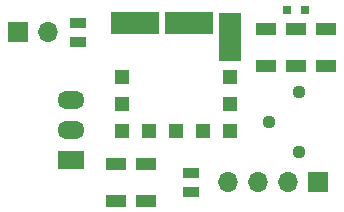
<source format=gts>
%TF.GenerationSoftware,KiCad,Pcbnew,(5.1.8)-1*%
%TF.CreationDate,2021-03-06T21:20:45+09:00*%
%TF.ProjectId,power module,706f7765-7220-46d6-9f64-756c652e6b69,rev?*%
%TF.SameCoordinates,PX525bfc0PY59a0560*%
%TF.FileFunction,Soldermask,Top*%
%TF.FilePolarity,Negative*%
%FSLAX46Y46*%
G04 Gerber Fmt 4.6, Leading zero omitted, Abs format (unit mm)*
G04 Created by KiCad (PCBNEW (5.1.8)-1) date 2021-03-06 21:20:45*
%MOMM*%
%LPD*%
G01*
G04 APERTURE LIST*
%ADD10R,1.700000X1.700000*%
%ADD11O,1.700000X1.700000*%
%ADD12R,1.470000X0.970000*%
%ADD13R,0.800000X0.800000*%
%ADD14R,1.145000X1.145000*%
%ADD15R,4.190000X1.905000*%
%ADD16R,1.905000X4.190000*%
%ADD17R,1.800000X1.050000*%
%ADD18C,1.120000*%
%ADD19R,2.300000X1.500000*%
%ADD20O,2.300000X1.500000*%
G04 APERTURE END LIST*
D10*
%TO.C,J2*%
X27940000Y2540000D03*
D11*
X25400000Y2540000D03*
X22860000Y2540000D03*
X20320000Y2540000D03*
%TD*%
D10*
%TO.C,J1*%
X2540000Y15240000D03*
D11*
X5080000Y15240000D03*
%TD*%
D12*
%TO.C,C1*%
X7620000Y16070000D03*
X7620000Y14410000D03*
%TD*%
%TO.C,C2*%
X17145000Y3370000D03*
X17145000Y1710000D03*
%TD*%
D13*
%TO.C,LED1*%
X25285000Y17145000D03*
X26785000Y17145000D03*
%TD*%
D14*
%TO.C,PS1*%
X11305000Y11430000D03*
D15*
X12445000Y16000000D03*
X17015000Y16000000D03*
D16*
X20445000Y14860000D03*
D14*
X20445000Y11430000D03*
X20445000Y6860000D03*
X15875000Y6860000D03*
X13585000Y6860000D03*
X11305000Y6860000D03*
X11305000Y9140000D03*
X20445000Y9140000D03*
X18165000Y6860000D03*
%TD*%
D17*
%TO.C,R1*%
X10795000Y4090000D03*
X10795000Y990000D03*
%TD*%
%TO.C,R2*%
X28575000Y15520000D03*
X28575000Y12420000D03*
%TD*%
D18*
%TO.C,R3*%
X26315000Y5080000D03*
X23775000Y7620000D03*
X26315000Y10160000D03*
%TD*%
D17*
%TO.C,R4*%
X26035000Y12420000D03*
X26035000Y15520000D03*
%TD*%
%TO.C,R5*%
X13335000Y4090000D03*
X13335000Y990000D03*
%TD*%
%TO.C,R6*%
X23495000Y12420000D03*
X23495000Y15520000D03*
%TD*%
D19*
%TO.C,U1*%
X6985000Y4445000D03*
D20*
X6985000Y6985000D03*
X6985000Y9525000D03*
%TD*%
M02*

</source>
